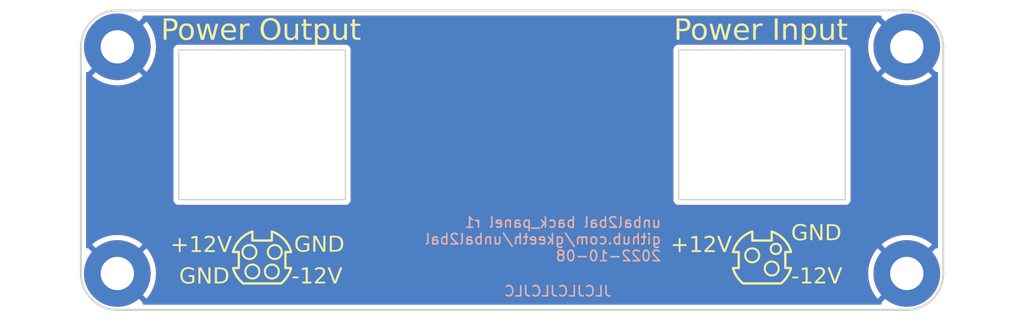
<source format=kicad_pcb>
(kicad_pcb (version 20211014) (generator pcbnew)
  (layers (0 "F.Cu" signal) (31 "B.Cu" signal) (34 "B.Paste" user) (35 "F.Paste" user) (36 "B.SilkS" user "B.Silkscreen") (37 "F.SilkS" user "F.Silkscreen") (38 "B.Mask" user) (39 "F.Mask" user) (44 "Edge.Cuts" user))
  (net 0 "")
  (net 1 "GND")
  (footprint "MountingHole:MountingHole_3.2mm_M3_Pad" (layer "F.Cu") (at 213.5 83.5)
    (fp_text reference "REF**" hide)
    (fp_text value "MountingHole_3.2mm_M3_Pad")
    (pad "1" thru_hole circle locked (at 0 0) (size 6.4 6.4) (drill 3.2) (layers *.Cu *.Mask) (net 1 "GND"))
  )
  (footprint "MountingHole:MountingHole_3.2mm_M3_Pad" (layer "F.Cu") (at 137.7 83.5)
    (fp_text reference "REF**" hide)
    (fp_text value "MountingHole_3.2mm_M3_Pad")
    (pad "1" thru_hole circle locked (at 0 0) (size 6.4 6.4) (drill 3.2) (layers *.Cu *.Mask) (net 1 "GND"))
  )
  (footprint "MountingHole:MountingHole_3.2mm_M3_Pad" (layer "F.Cu") (at 137.7 105.3)
    (fp_text reference "REF**" hide)
    (fp_text value "MountingHole_3.2mm_M3_Pad")
    (pad "1" thru_hole circle locked (at 0 0) (size 6.4 6.4) (drill 3.2) (layers *.Cu *.Mask) (net 1 "GND"))
  )
  (footprint "Panel_Cutouts:power-din-3" (layer "F.Cu") (at 199.6 104)
    (fp_text reference "svg2mod" hide)
    (fp_text value "G***" hide)
  )
  (footprint "Panel_Cutouts:power-din-4" (layer "F.Cu") (at 151.6 104)
    (fp_text reference "svg2mod" hide)
    (fp_text value "G***" hide)
  )
  (footprint "Panel_Cutouts:Panel_Power-DIN_CUI_PD-x0S" (layer "F.Cu") (at 151.6 98.2)
    (fp_text reference "REF**" hide)
    (fp_text value "Panel_Power-DIN_CUI_PD-x0S")
    (fp_rect (start -8 -14.4) (end 8 0) (layer "Edge.Cuts") (width 0.12) (fill none))
  )
  (footprint "Panel_Cutouts:Panel_Power-DIN_CUI_PD-x0S" (layer "F.Cu") (at 199.6 98.2)
    (fp_text reference "REFe" hide)
    (fp_text value "Panel_Power-DIN_CUI_PD-x0S")
    (fp_rect (start -8 -14.4) (end 8 0) (layer "Edge.Cuts") (width 0.12) (fill none))
  )
  (footprint "MountingHole:MountingHole_3.2mm_M3_Pad" (layer "F.Cu") (at 213.5 105.3)
    (fp_text reference "REF**" hide)
    (fp_text value "MountingHole_3.2mm_M3_Pad")
    (pad "1" thru_hole circle locked (at 0 0) (size 6.4 6.4) (drill 3.2) (layers *.Cu *.Mask) (net 1 "GND"))
  )
  (gr_arc (start 217 105.3) (mid 215.974874 107.774874) (end 213.5 108.8) (layer "Edge.Cuts") (width 0.2))
  (gr_arc (start 137.7 108.8) (mid 135.225126 107.774874) (end 134.2 105.3) (layer "Edge.Cuts") (width 0.2))
  (gr_line (start 213.4 80) (end 137.7 80) (layer "Edge.Cuts") (width 0.2))
  (gr_line (start 137.7 108.8) (end 213.5 108.8) (layer "Edge.Cuts") (width 0.2))
  (gr_line (start 217 83.5) (end 217 105.3) (layer "Edge.Cuts") (width 0.2))
  (gr_arc (start 213.4 80) (mid 215.924874 81.004416) (end 217 83.5) (layer "Edge.Cuts") (width 0.2))
  (gr_arc (start 134.2 83.5) (mid 135.225126 81.025126) (end 137.7 80) (layer "Edge.Cuts") (width 0.2))
  (gr_line (start 134.2 105.3) (end 134.2 83.5) (layer "Edge.Cuts") (width 0.2))
  (gr_text "JLCJLCJLCJLC" (at 180 107) (layer "B.SilkS") (effects (font (size 1 1)) (justify mirror)))
  (gr_text "unbal2bal back_panel r1\ngithub.com/gkeeth/unbal2bal\n2022-10-08" (at 190 102) (layer "B.SilkS") (effects (font (size 1 1)) (justify left mirror)))
  (zone (net 1) (net_name "GND") (layers F&B.Cu) (connect_pads (clearance 0.508)) (min_thickness 0.254) (fill yes (thermal_gap 0.508) (thermal_bridge_width 0.508))
    (polygon (pts (xy 218 110) (xy 133 110) (xy 133 79) (xy 218 79)))
  )
)
</source>
